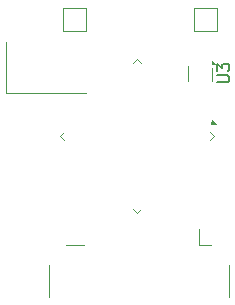
<source format=gbr>
%TF.GenerationSoftware,KiCad,Pcbnew,9.0.6*%
%TF.CreationDate,2026-01-02T14:09:45+01:00*%
%TF.ProjectId,Expansion_Card_Retrofit,45787061-6e73-4696-9f6e-5f436172645f,X1*%
%TF.SameCoordinates,Original*%
%TF.FileFunction,Legend,Top*%
%TF.FilePolarity,Positive*%
%FSLAX46Y46*%
G04 Gerber Fmt 4.6, Leading zero omitted, Abs format (unit mm)*
G04 Created by KiCad (PCBNEW 9.0.6) date 2026-01-02 14:09:45*
%MOMM*%
%LPD*%
G01*
G04 APERTURE LIST*
%ADD10C,0.150000*%
%ADD11C,0.120000*%
G04 APERTURE END LIST*
D10*
X146554819Y-133611904D02*
X147364342Y-133611904D01*
X147364342Y-133611904D02*
X147459580Y-133564285D01*
X147459580Y-133564285D02*
X147507200Y-133516666D01*
X147507200Y-133516666D02*
X147554819Y-133421428D01*
X147554819Y-133421428D02*
X147554819Y-133230952D01*
X147554819Y-133230952D02*
X147507200Y-133135714D01*
X147507200Y-133135714D02*
X147459580Y-133088095D01*
X147459580Y-133088095D02*
X147364342Y-133040476D01*
X147364342Y-133040476D02*
X146554819Y-133040476D01*
X146554819Y-132659523D02*
X146554819Y-132040476D01*
X146554819Y-132040476D02*
X146935771Y-132373809D01*
X146935771Y-132373809D02*
X146935771Y-132230952D01*
X146935771Y-132230952D02*
X146983390Y-132135714D01*
X146983390Y-132135714D02*
X147031009Y-132088095D01*
X147031009Y-132088095D02*
X147126247Y-132040476D01*
X147126247Y-132040476D02*
X147364342Y-132040476D01*
X147364342Y-132040476D02*
X147459580Y-132088095D01*
X147459580Y-132088095D02*
X147507200Y-132135714D01*
X147507200Y-132135714D02*
X147554819Y-132230952D01*
X147554819Y-132230952D02*
X147554819Y-132516666D01*
X147554819Y-132516666D02*
X147507200Y-132611904D01*
X147507200Y-132611904D02*
X147459580Y-132659523D01*
D11*
%TO.C,TP3*%
X144600000Y-127350000D02*
X146500000Y-127350000D01*
X144600000Y-129250000D02*
X144600000Y-127350000D01*
X146500000Y-127350000D02*
X146500000Y-129250000D01*
X146500000Y-129250000D02*
X144600000Y-129250000D01*
%TO.C,TP1*%
X133500000Y-127350000D02*
X135400000Y-127350000D01*
X133500000Y-129250000D02*
X133500000Y-127350000D01*
X135400000Y-127350000D02*
X135400000Y-129250000D01*
X135400000Y-129250000D02*
X133500000Y-129250000D01*
%TO.C,J1*%
X132280000Y-151800000D02*
X132280000Y-149100000D01*
X133750000Y-147380000D02*
X135300000Y-147380000D01*
X145000000Y-146050000D02*
X145000000Y-147380000D01*
X145000000Y-147380000D02*
X146050000Y-147380000D01*
X147520000Y-149100000D02*
X147520000Y-151800000D01*
%TO.C,U1*%
X133230475Y-138150000D02*
X133566351Y-137814124D01*
X133566351Y-138485876D02*
X133230475Y-138150000D01*
X139414124Y-131966351D02*
X139750000Y-131630475D01*
X139750000Y-131630475D02*
X140085876Y-131966351D01*
X139750000Y-144669525D02*
X139414124Y-144333649D01*
X140085876Y-144333649D02*
X139750000Y-144669525D01*
X145933649Y-137814124D02*
X146269525Y-138150000D01*
X146269525Y-138150000D02*
X145933649Y-138485876D01*
X146418017Y-137124695D02*
X146014966Y-137188335D01*
X146078606Y-136785284D01*
X146418017Y-137124695D01*
G36*
X146418017Y-137124695D02*
G01*
X146014966Y-137188335D01*
X146078606Y-136785284D01*
X146418017Y-137124695D01*
G37*
%TO.C,U3*%
X144110000Y-133500000D02*
X144110000Y-132200000D01*
X146090000Y-133500000D02*
X146090000Y-132450000D01*
X146370000Y-132080000D02*
X146090000Y-132080000D01*
X146090000Y-131800000D01*
X146370000Y-132080000D01*
G36*
X146370000Y-132080000D02*
G01*
X146090000Y-132080000D01*
X146090000Y-131800000D01*
X146370000Y-132080000D01*
G37*
%TO.C,Y1*%
X128690000Y-130190000D02*
X128690000Y-134510000D01*
X128690000Y-134510000D02*
X135410000Y-134510000D01*
%TD*%
M02*

</source>
